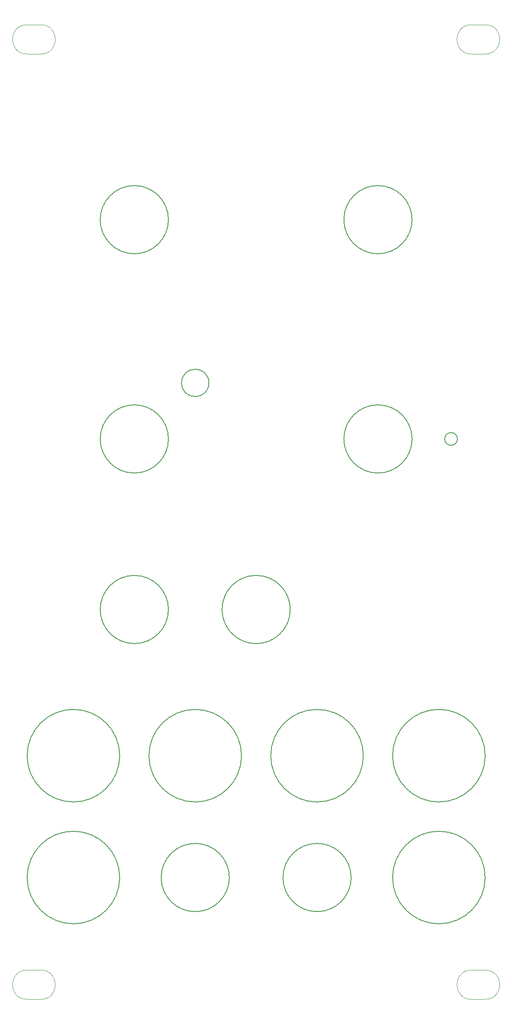
<source format=gbr>
G04 #@! TF.GenerationSoftware,KiCad,Pcbnew,7.0.2-6a45011f42~172~ubuntu22.04.1*
G04 #@! TF.CreationDate,2023-05-18T09:52:10-04:00*
G04 #@! TF.ProjectId,springReverbRev2_panel,73707269-6e67-4526-9576-657262526576,rev?*
G04 #@! TF.SameCoordinates,Original*
G04 #@! TF.FileFunction,Other,Comment*
%FSLAX46Y46*%
G04 Gerber Fmt 4.6, Leading zero omitted, Abs format (unit mm)*
G04 Created by KiCad (PCBNEW 7.0.2-6a45011f42~172~ubuntu22.04.1) date 2023-05-18 09:52:10*
%MOMM*%
%LPD*%
G01*
G04 APERTURE LIST*
%ADD10C,0.120000*%
%ADD11C,0.150000*%
G04 APERTURE END LIST*
D10*
G04 #@! TO.C,H14*
X97000000Y0D02*
X94200000Y0D01*
X97000000Y6000000D02*
X94200000Y6000000D01*
X97000000Y194000000D02*
X94200000Y194000000D01*
X97000000Y200000000D02*
X94200000Y200000000D01*
X97000000Y0D02*
G75*
G03*
X97000000Y6000000I0J3000000D01*
G01*
X97000000Y194000000D02*
G75*
G03*
X97000000Y200000000I0J3000000D01*
G01*
X94200000Y6000000D02*
G75*
G03*
X94200000Y0I0J-3000000D01*
G01*
X94200000Y200000000D02*
G75*
G03*
X94200000Y194000000I0J-3000000D01*
G01*
D11*
G04 #@! TO.C,H9*
X57000000Y80000000D02*
G75*
G03*
X57000000Y80000000I-7000000J0D01*
G01*
G04 #@! TO.C,H10*
X82000000Y160000000D02*
G75*
G03*
X82000000Y160000000I-7000000J0D01*
G01*
G04 #@! TO.C,H1*
X22000000Y50000000D02*
G75*
G03*
X22000000Y50000000I-9500000J0D01*
G01*
D10*
G04 #@! TO.C,H11*
X3000000Y200000000D02*
X5800000Y200000000D01*
X3000000Y194000000D02*
X5800000Y194000000D01*
X3000000Y6000000D02*
X5800000Y6000000D01*
X3000000Y0D02*
X5800000Y0D01*
X3000000Y200000000D02*
G75*
G03*
X3000000Y194000000I0J-3000000D01*
G01*
X3000000Y6000000D02*
G75*
G03*
X3000000Y0I0J-3000000D01*
G01*
X5800000Y194000000D02*
G75*
G03*
X5800000Y200000000I0J3000000D01*
G01*
X5800000Y0D02*
G75*
G03*
X5800000Y6000000I0J3000000D01*
G01*
D11*
G04 #@! TO.C,H13*
X40300000Y126500000D02*
G75*
G03*
X40300000Y126500000I-2800000J0D01*
G01*
G04 #@! TO.C,H2*
X22000000Y25000000D02*
G75*
G03*
X22000000Y25000000I-9500000J0D01*
G01*
G04 #@! TO.C,H3*
X47000000Y50000000D02*
G75*
G03*
X47000000Y50000000I-9500000J0D01*
G01*
G04 #@! TO.C,H4*
X97000000Y50000000D02*
G75*
G03*
X97000000Y50000000I-9500000J0D01*
G01*
G04 #@! TO.C,H5*
X72000000Y50000000D02*
G75*
G03*
X72000000Y50000000I-9500000J0D01*
G01*
G04 #@! TO.C,H6*
X97000000Y25000000D02*
G75*
G03*
X97000000Y25000000I-9500000J0D01*
G01*
G04 #@! TO.C,H18*
X44500000Y25000000D02*
G75*
G03*
X44500000Y25000000I-7000000J0D01*
G01*
G04 #@! TO.C,H15*
X32000000Y115000000D02*
G75*
G03*
X32000000Y115000000I-7000000J0D01*
G01*
G04 #@! TO.C,H17*
X69500000Y25000000D02*
G75*
G03*
X69500000Y25000000I-7000000J0D01*
G01*
G04 #@! TO.C,H8*
X32000000Y80000000D02*
G75*
G03*
X32000000Y80000000I-7000000J0D01*
G01*
G04 #@! TO.C,H16*
X82000000Y115000000D02*
G75*
G03*
X82000000Y115000000I-7000000J0D01*
G01*
G04 #@! TO.C,H12*
X91300000Y115000000D02*
G75*
G03*
X91300000Y115000000I-1300000J0D01*
G01*
G04 #@! TO.C,H7*
X32000000Y160000000D02*
G75*
G03*
X32000000Y160000000I-7000000J0D01*
G01*
G04 #@! TD*
M02*

</source>
